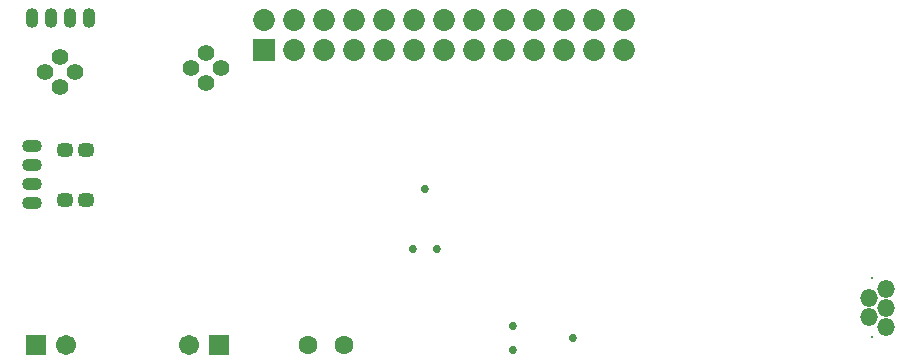
<source format=gbs>
%FSTAX23Y23*%
%MOIN*%
%SFA1B1*%

%IPPOS*%
%AMD127*
4,1,8,-0.012800,-0.021700,0.012800,-0.021700,0.025700,-0.008900,0.025700,0.008900,0.012800,0.021700,-0.012800,0.021700,-0.025700,0.008900,-0.025700,-0.008900,-0.012800,-0.021700,0.0*
1,1,0.025717,-0.012800,-0.008900*
1,1,0.025717,0.012800,-0.008900*
1,1,0.025717,0.012800,0.008900*
1,1,0.025717,-0.012800,0.008900*
%
%ADD120C,0.055244*%
%ADD121O,0.059181X0.059181*%
%ADD122C,0.008000*%
%ADD123C,0.027488*%
%ADD124C,0.063118*%
%ADD125R,0.067055X0.067055*%
%ADD126C,0.067055*%
G04~CAMADD=127~8~0.0~0.0~513.1~434.3~128.6~0.0~15~0.0~0.0~0.0~0.0~0~0.0~0.0~0.0~0.0~0~0.0~0.0~0.0~180.0~514.0~435.0*
%ADD127D127*%
%ADD128R,0.072960X0.072960*%
%ADD129C,0.072960*%
%ADD130O,0.043307X0.066929*%
%ADD131O,0.066929X0.043307*%
%LNdev_board_layout-1*%
%LPD*%
G54D120*
X00095Y00975D03*
X00145Y00925D03*
X00195Y00975D03*
X00145Y01025D03*
X0058Y0099D03*
X0063Y0094D03*
X0068Y0099D03*
X0063Y0104D03*
G54D121*
X02842Y00221D03*
X02897Y00252D03*
Y0019D03*
Y00127D03*
X02842Y00158D03*
G54D122*
X0285Y00288D03*
Y00091D03*
G54D123*
X01655Y0013D03*
Y0005D03*
X01855Y0009D03*
X01322Y00385D03*
X01402D03*
X01362Y00585D03*
G54D124*
X01089Y00065D03*
X0097D03*
G54D125*
X00675Y00065D03*
X00065D03*
G54D126*
X00575Y00065D03*
X00165D03*
G54D127*
X0023Y00715D03*
Y00549D03*
X0016Y00715D03*
Y00549D03*
G54D128*
X00825Y0105D03*
G54D129*
X00825Y01149D03*
X00925Y0105D03*
Y01149D03*
X01025Y0105D03*
Y01149D03*
X01125Y0105D03*
Y01149D03*
X01225Y0105D03*
Y01149D03*
X01325Y0105D03*
Y01149D03*
X01425Y0105D03*
Y01149D03*
X01525Y0105D03*
Y01149D03*
X01625Y0105D03*
Y01149D03*
X01725Y0105D03*
Y01149D03*
X01825Y0105D03*
Y01149D03*
X01925Y0105D03*
Y01149D03*
X02025Y0105D03*
Y01149D03*
G54D130*
X00239Y01155D03*
X00176D03*
X00113D03*
X0005D03*
G54D131*
X0005Y00729D03*
Y00666D03*
Y00603D03*
Y0054D03*
M02*
</source>
